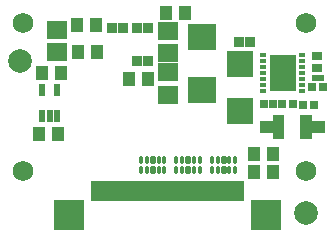
<source format=gts>
G04*
G04 #@! TF.GenerationSoftware,Altium Limited,Altium Designer,21.6.1 (37)*
G04*
G04 Layer_Color=8388736*
%FSLAX44Y44*%
%MOMM*%
G71*
G04*
G04 #@! TF.SameCoordinates,E8A9E921-0961-4E98-9D42-7A75F99DFC46*
G04*
G04*
G04 #@! TF.FilePolarity,Negative*
G04*
G01*
G75*
%ADD23C,0.9946*%
%ADD24C,1.0125*%
%ADD36R,0.5000X1.0000*%
%ADD37R,0.6016X0.3516*%
%ADD38R,2.3016X3.1016*%
%ADD39R,0.8532X0.7532*%
%ADD40R,0.6532X0.7532*%
%ADD41R,1.1032X1.2032*%
%ADD42R,2.6032X2.6032*%
%ADD43R,2.6032X2.6032*%
%ADD44R,0.5032X1.8032*%
%ADD45C,2.0000*%
%ADD46R,1.7032X1.5032*%
%ADD47R,2.2032X2.2032*%
G04:AMPARAMS|DCode=48|XSize=0.34mm|YSize=0.705mm|CornerRadius=0.12mm|HoleSize=0mm|Usage=FLASHONLY|Rotation=180.000|XOffset=0mm|YOffset=0mm|HoleType=Round|Shape=RoundedRectangle|*
%AMROUNDEDRECTD48*
21,1,0.3400,0.4650,0,0,180.0*
21,1,0.1000,0.7050,0,0,180.0*
1,1,0.2400,-0.0500,0.2325*
1,1,0.2400,0.0500,0.2325*
1,1,0.2400,0.0500,-0.2325*
1,1,0.2400,-0.0500,-0.2325*
%
%ADD48ROUNDEDRECTD48*%
G04:AMPARAMS|DCode=49|XSize=0.54mm|YSize=0.705mm|CornerRadius=0.12mm|HoleSize=0mm|Usage=FLASHONLY|Rotation=180.000|XOffset=0mm|YOffset=0mm|HoleType=Round|Shape=RoundedRectangle|*
%AMROUNDEDRECTD49*
21,1,0.5400,0.4650,0,0,180.0*
21,1,0.3000,0.7050,0,0,180.0*
1,1,0.2400,-0.1500,0.2325*
1,1,0.2400,0.1500,0.2325*
1,1,0.2400,0.1500,-0.2325*
1,1,0.2400,-0.1500,-0.2325*
%
%ADD49ROUNDEDRECTD49*%
%ADD50R,0.5632X0.5232*%
%ADD51R,0.8232X0.8232*%
%ADD52R,0.7232X0.7232*%
%ADD53R,2.4032X2.2532*%
%ADD54C,1.7272*%
%ADD55C,0.7132*%
G36*
X101500Y1000D02*
X91500D01*
Y6000D01*
X80500D01*
Y16000D01*
X91500D01*
Y21000D01*
X101500D01*
Y1000D01*
D02*
G37*
G36*
X124500Y16000D02*
X135500D01*
Y6000D01*
X124500D01*
Y1000D01*
X114500D01*
Y21000D01*
X124500D01*
Y16000D01*
D02*
G37*
D23*
X121125Y11625D02*
D03*
D24*
X95875Y10375D02*
D03*
D36*
X-97210Y20250D02*
D03*
X-103710D02*
D03*
Y42250D02*
D03*
X-90710Y20250D02*
D03*
Y42250D02*
D03*
D37*
X116500Y72000D02*
D03*
Y67000D02*
D03*
Y62000D02*
D03*
Y57000D02*
D03*
Y52000D02*
D03*
Y47000D02*
D03*
Y42000D02*
D03*
X83500Y72000D02*
D03*
Y67000D02*
D03*
Y62000D02*
D03*
Y57000D02*
D03*
Y52000D02*
D03*
Y47000D02*
D03*
Y42000D02*
D03*
D38*
X100000Y57000D02*
D03*
D39*
X129000Y61000D02*
D03*
Y71000D02*
D03*
D40*
X125322Y45533D02*
D03*
X134322D02*
D03*
X99500Y31000D02*
D03*
X108500D02*
D03*
X126500Y30000D02*
D03*
X117500D02*
D03*
D41*
X-57000Y75000D02*
D03*
X-73000D02*
D03*
X-88000Y57000D02*
D03*
X-104000D02*
D03*
X-90000Y5000D02*
D03*
X-106000D02*
D03*
X76000Y-27000D02*
D03*
X92000D02*
D03*
X-30000Y52000D02*
D03*
X-14000D02*
D03*
X76000Y-12000D02*
D03*
X92000D02*
D03*
X17000Y108000D02*
D03*
X1000D02*
D03*
X-74000Y97698D02*
D03*
X-58000D02*
D03*
D42*
X86000Y-63250D02*
D03*
D43*
X-81000D02*
D03*
D44*
X65000Y-43250D02*
D03*
X60000D02*
D03*
X55000D02*
D03*
X50000D02*
D03*
X45000D02*
D03*
X40000D02*
D03*
X35000D02*
D03*
X30000D02*
D03*
X25000D02*
D03*
X20000D02*
D03*
X15000D02*
D03*
X10000D02*
D03*
X5000D02*
D03*
X0D02*
D03*
X-5000D02*
D03*
X-10000D02*
D03*
X-15000D02*
D03*
X-20000D02*
D03*
X-25000D02*
D03*
X-30000D02*
D03*
X-35000D02*
D03*
X-40000D02*
D03*
X-45000D02*
D03*
X-50000D02*
D03*
X-55000D02*
D03*
X-60000D02*
D03*
D45*
X119400Y-61600D02*
D03*
X-122500Y67500D02*
D03*
D46*
X-91000Y74500D02*
D03*
Y93500D02*
D03*
X3000Y57500D02*
D03*
Y38500D02*
D03*
Y73500D02*
D03*
Y92500D02*
D03*
D47*
X64000Y25000D02*
D03*
Y65000D02*
D03*
D48*
X0Y-25175D02*
D03*
X-5000D02*
D03*
X-15000D02*
D03*
X-20000D02*
D03*
Y-16825D02*
D03*
X-15000D02*
D03*
X-5000D02*
D03*
X0D02*
D03*
X30000Y-25000D02*
D03*
X25000D02*
D03*
X15000D02*
D03*
X10000D02*
D03*
Y-16650D02*
D03*
X15000D02*
D03*
X25000D02*
D03*
X30000D02*
D03*
X60000Y-25000D02*
D03*
X55000D02*
D03*
X45000D02*
D03*
X40000D02*
D03*
Y-16650D02*
D03*
X45000D02*
D03*
X55000D02*
D03*
X60000D02*
D03*
D49*
X-10000Y-25175D02*
D03*
Y-16825D02*
D03*
X20000Y-25000D02*
D03*
Y-16650D02*
D03*
X50000Y-25000D02*
D03*
Y-16650D02*
D03*
D50*
X127200Y53000D02*
D03*
X132800D02*
D03*
D51*
X-23000Y67000D02*
D03*
X-14000D02*
D03*
X-23000Y95000D02*
D03*
X-14000D02*
D03*
X-44500Y95000D02*
D03*
X-35500D02*
D03*
X72000Y83000D02*
D03*
X63000D02*
D03*
D52*
X84000Y31000D02*
D03*
X92000D02*
D03*
D53*
X32000Y42500D02*
D03*
Y87500D02*
D03*
D54*
X120000Y-25690D02*
D03*
X-120000D02*
D03*
X120000Y99310D02*
D03*
X-120000D02*
D03*
D55*
X93500Y57000D02*
D03*
X106500D02*
D03*
X100000Y67000D02*
D03*
Y47000D02*
D03*
M02*

</source>
